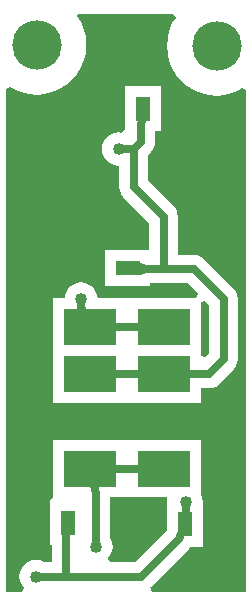
<source format=gbl>
%FSLAX25Y25*%
%MOIN*%
G70*
G01*
G75*
G04 Layer_Physical_Order=2*
G04 Layer_Color=65280*
%ADD10R,0.08000X0.05000*%
%ADD11R,0.05906X0.05906*%
%ADD12R,0.05906X0.05906*%
%ADD13C,0.02500*%
%ADD14C,0.16500*%
%ADD15C,0.04000*%
%ADD16R,0.05000X0.08000*%
%ADD17R,0.17716X0.12205*%
G36*
X556000Y433897D02*
Y432500D01*
X556000D01*
Y422900D01*
X555917Y422692D01*
X545515Y412291D01*
X537410D01*
X536631Y413306D01*
X536468Y413636D01*
X537304Y414726D01*
X537858Y416064D01*
X538048Y417500D01*
X537858Y418936D01*
X537304Y420274D01*
X537291Y420291D01*
Y433898D01*
X555999D01*
X556000Y433897D01*
D02*
G37*
G36*
X559042Y593691D02*
X557953Y591914D01*
X556959Y589514D01*
X556353Y586989D01*
X556149Y584400D01*
X556353Y581811D01*
X556959Y579285D01*
X557953Y576886D01*
X559310Y574672D01*
X560997Y572697D01*
X562972Y571010D01*
X565186Y569653D01*
X567586Y568659D01*
X570111Y568053D01*
X572700Y567849D01*
X575289Y568053D01*
X577814Y568659D01*
X580214Y569653D01*
X581191Y570252D01*
X582500Y569519D01*
Y402500D01*
X551120D01*
X550638Y403920D01*
X550888Y404112D01*
Y404112D01*
X550888D01*
D01*
D01*
D01*
D01*
D01*
D01*
X550888D01*
D01*
X550888D01*
Y404112D01*
D01*
D01*
D01*
D01*
Y404112D01*
D01*
D01*
D01*
D01*
D01*
D01*
Y404112D01*
D01*
D01*
X550888D01*
D01*
D01*
D01*
X563388Y416612D01*
X563597Y416885D01*
X563836Y417130D01*
X563976Y417378D01*
X564069Y417500D01*
X568000D01*
Y432139D01*
X568048Y432500D01*
X567858Y433936D01*
X567358Y435143D01*
Y453102D01*
X518035D01*
Y433898D01*
D01*
Y433898D01*
X517138Y433000D01*
X517000D01*
Y418000D01*
X517709D01*
Y412291D01*
X515291D01*
X515274Y412304D01*
X513936Y412858D01*
X512500Y413048D01*
X511064Y412858D01*
X509726Y412304D01*
X508577Y411423D01*
X507696Y410274D01*
X507142Y408936D01*
X506952Y407500D01*
X507142Y406064D01*
X507696Y404726D01*
X508372Y403845D01*
X507708Y402500D01*
X502500D01*
Y570064D01*
X503809Y570797D01*
X505186Y569953D01*
X507585Y568959D01*
X510111Y568353D01*
X512700Y568149D01*
X515289Y568353D01*
X517814Y568959D01*
X520214Y569953D01*
X522428Y571310D01*
X524403Y572997D01*
X526090Y574972D01*
X527447Y577186D01*
X528441Y579586D01*
X529047Y582111D01*
X529251Y584700D01*
X529047Y587289D01*
X528441Y589815D01*
X527447Y592214D01*
X526090Y594428D01*
X526354Y595000D01*
X558309D01*
X559042Y593691D01*
D02*
G37*
%LPC*%
G36*
X554000Y571000D02*
X542000D01*
Y556422D01*
X540872Y555433D01*
X540000Y555548D01*
X538564Y555358D01*
X537226Y554804D01*
X536077Y553923D01*
X535196Y552774D01*
X534642Y551436D01*
X534452Y550000D01*
X534642Y548564D01*
X535196Y547226D01*
X536077Y546077D01*
X537226Y545196D01*
X538564Y544642D01*
X540000Y544452D01*
X540209Y544269D01*
Y537500D01*
X540372Y536260D01*
X540711Y535443D01*
X540851Y535105D01*
X541612Y534112D01*
X550209Y525516D01*
Y516500D01*
X535500D01*
Y504500D01*
X547140D01*
X547500Y504453D01*
X547860Y504500D01*
X550500D01*
Y505209D01*
X563016D01*
X566492Y501732D01*
X565918Y500347D01*
X533002D01*
X532858Y501436D01*
X532304Y502774D01*
X531423Y503923D01*
X530274Y504804D01*
X528936Y505358D01*
X527500Y505548D01*
X526064Y505358D01*
X524726Y504804D01*
X523577Y503923D01*
X522696Y502774D01*
X522142Y501436D01*
X521998Y500347D01*
X518035D01*
Y481142D01*
Y465394D01*
X567358D01*
Y470209D01*
X570000D01*
X571240Y470372D01*
X572057Y470711D01*
X572396Y470851D01*
X573388Y471612D01*
X578388Y476612D01*
X579149Y477604D01*
X579628Y478760D01*
X579791Y480000D01*
Y500000D01*
X579791Y500000D01*
Y500000D01*
X579791D01*
X579791Y500000D01*
D01*
D01*
D01*
D01*
D01*
D01*
D01*
X579791Y500000D01*
D01*
X579628Y501240D01*
X579347Y501917D01*
X579149Y502395D01*
X578388Y503388D01*
Y503388D01*
D01*
D01*
Y503388D01*
D01*
D01*
D01*
D01*
X578388D01*
D01*
D01*
X578388D01*
X568388Y513388D01*
D01*
X568388Y513388D01*
D01*
D01*
D01*
X568388Y513388D01*
X568388Y513388D01*
X567395Y514149D01*
X567057Y514289D01*
X566240Y514628D01*
X565000Y514791D01*
X559791D01*
Y527500D01*
X559628Y528740D01*
X559347Y529417D01*
X559149Y529895D01*
X558388Y530888D01*
X549791Y539485D01*
Y548015D01*
X550888Y549112D01*
X551649Y550105D01*
X552128Y551260D01*
X552291Y552500D01*
Y556000D01*
X554000D01*
Y571000D01*
D02*
G37*
%LPD*%
G36*
X570209Y498015D02*
Y481985D01*
X568744Y480520D01*
X567358Y481094D01*
Y481142D01*
Y498906D01*
X568744Y499480D01*
X570209Y498015D01*
D02*
G37*
D10*
X543000Y521500D02*
D03*
Y510500D02*
D03*
D13*
X530394Y490744D02*
X555000D01*
X530394Y474996D02*
X555000D01*
X530394Y459248D02*
X555000D01*
X530394Y443500D02*
X555000D01*
X532500Y417500D02*
Y435000D01*
X530394Y443500D02*
X532500Y435000D01*
X560000Y420000D02*
X562000Y425000D01*
X547500Y407500D02*
X560000Y420000D01*
X572500Y410000D02*
Y420000D01*
X573000Y425000D01*
X522500Y420000D02*
X523000Y425500D01*
X572500Y430000D02*
X573000Y425000D01*
X572500Y430000D02*
X575000Y432500D01*
X555000Y459248D02*
X565000Y460000D01*
X512000Y425500D02*
X515000Y430000D01*
Y457500D02*
X517500Y460000D01*
X520000D01*
X530394Y459248D01*
X515000Y430000D02*
Y457500D01*
X527500Y497500D02*
Y500000D01*
Y497500D02*
X530394Y490744D01*
X565000Y510000D02*
X575000Y500000D01*
X570000Y475000D02*
X575000Y480000D01*
X565000Y475000D02*
X570000D01*
X555000Y474996D02*
X565000Y475000D01*
X575000Y480000D02*
Y500000D01*
X543000Y510500D02*
X547500Y510000D01*
Y557500D02*
X548000Y563500D01*
X545000Y550000D02*
X547500Y552500D01*
X540000Y550000D02*
X545000D01*
X547500Y552500D02*
Y557500D01*
X555000Y572500D02*
X557500Y570000D01*
X540000Y572500D02*
X555000D01*
X537500Y570000D02*
X540000Y572500D01*
X537500Y567500D02*
Y570000D01*
X537000Y563500D02*
X537500Y567500D01*
X532500Y535000D02*
X542500Y525000D01*
X532500Y555000D02*
X535000Y557500D01*
X537000Y563500D01*
X545000Y537500D02*
X555000Y527500D01*
X545000Y537500D02*
Y550000D01*
X555000Y510000D02*
Y527500D01*
X547500Y510000D02*
X565000D01*
X572500Y457500D02*
Y460000D01*
X565000D02*
X572500D01*
X575000Y432500D02*
Y457500D01*
X572500Y460000D02*
X575000Y457500D01*
X515000Y462500D02*
X517500Y460000D01*
X515000Y515000D02*
X532500Y532500D01*
X515000Y462500D02*
Y515000D01*
X532500Y532500D02*
Y555000D01*
X562000Y425000D02*
X562500Y432500D01*
X522500Y407500D02*
Y420000D01*
X512500Y407500D02*
X547500D01*
D14*
X572700Y584400D02*
D03*
X512700Y584700D02*
D03*
D15*
X572500Y410000D02*
D03*
X532500Y417500D02*
D03*
X512500Y407500D02*
D03*
X527500Y500000D02*
D03*
X542500Y525000D02*
D03*
X557500Y570000D02*
D03*
X540000Y550000D02*
D03*
X547500Y510000D02*
D03*
X562500Y432500D02*
D03*
X572500Y457500D02*
D03*
X527500Y455000D02*
D03*
D16*
X537000Y563500D02*
D03*
X573000Y425000D02*
D03*
X512000Y425500D02*
D03*
X548000Y563500D02*
D03*
X562000Y425000D02*
D03*
X523000Y425500D02*
D03*
D17*
X530394Y443500D02*
D03*
Y459248D02*
D03*
Y474996D02*
D03*
X555000Y443500D02*
D03*
Y459248D02*
D03*
Y474996D02*
D03*
X530394Y490744D02*
D03*
X555000D02*
D03*
M02*

</source>
